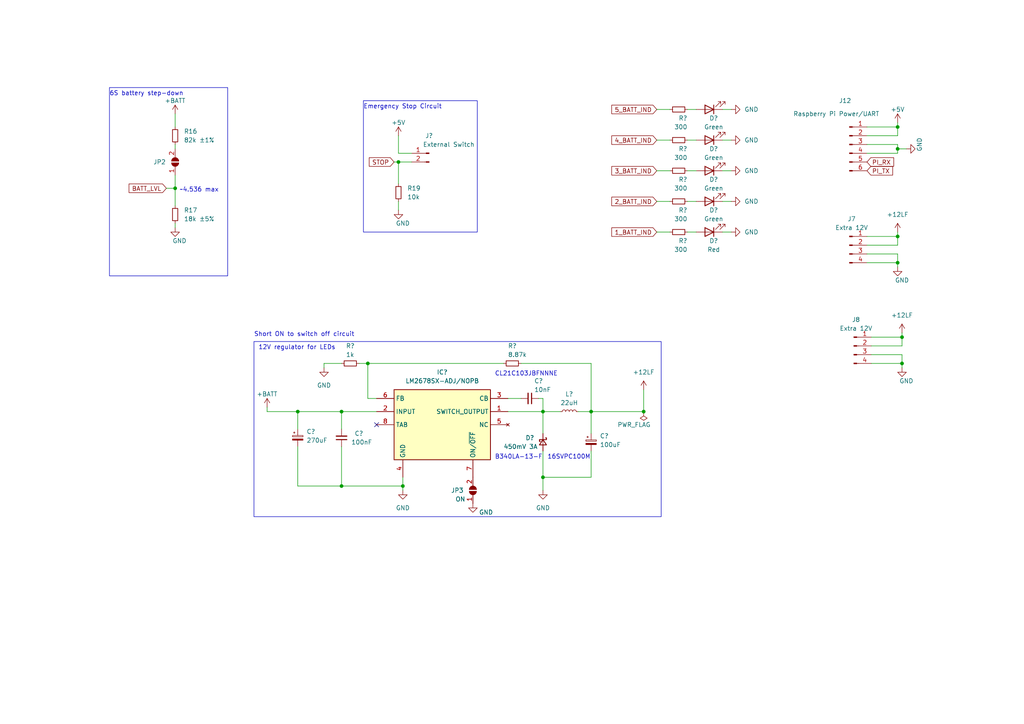
<source format=kicad_sch>
(kicad_sch (version 20230121) (generator eeschema)
  (paper "A4")
  (title_block (title "RBC by UGS") (date "2023-09-06") (rev "2.0"))
  (lib_symbols
    (symbol "Connector:Conn_01x02_Pin" (pin_names (offset 1.016) hide)
      (property "Reference" "J" (at 0 2.54 0))
      (property "Value" "Conn_01x02_Pin" (at 0 -5.08 0))
      (symbol "Conn_01x02_Pin_1_1"
        (polyline (pts (xy 1.27 -2.54) (xy 0.8636 -2.54)) (stroke (width 0.1524)))
        (polyline (pts (xy 1.27 0) (xy 0.8636 0)) (stroke (width 0.1524)))
        (rectangle (start 0.8636 -2.413) (end 0 -2.667) (stroke (width 0.1524)) (fill (type outline)))
        (rectangle (start 0.8636 0.127) (end 0 -0.127) (stroke (width 0.1524)) (fill (type outline)))
        (pin passive line (at 5.08 0 180) (length 3.81) (name "Pin_1") (number "1"))
        (pin passive line (at 5.08 -2.54 180) (length 3.81) (name "Pin_2") (number "2"))
      )
    )
    (symbol "Connector:Conn_01x04_Pin" (pin_names (offset 1.016) hide)
      (property "Reference" "J" (at 0 5.08 0))
      (property "Value" "Conn_01x04_Pin" (at 0 -7.62 0))
      (symbol "Conn_01x04_Pin_1_1"
        (polyline (pts (xy 1.27 -5.08) (xy 0.8636 -5.08)) (stroke (width 0.1524)))
        (polyline (pts (xy 1.27 -2.54) (xy 0.8636 -2.54)) (stroke (width 0.1524)))
        (polyline (pts (xy 1.27 0) (xy 0.8636 0)) (stroke (width 0.1524)))
        (polyline (pts (xy 1.27 2.54) (xy 0.8636 2.54)) (stroke (width 0.1524)))
        (rectangle (start 0.8636 -4.953) (end 0 -5.207) (stroke (width 0.1524)) (fill (type outline)))
        (rectangle (start 0.8636 -2.413) (end 0 -2.667) (stroke (width 0.1524)) (fill (type outline)))
        (rectangle (start 0.8636 0.127) (end 0 -0.127) (stroke (width 0.1524)) (fill (type outline)))
        (rectangle (start 0.8636 2.667) (end 0 2.413) (stroke (width 0.1524)) (fill (type outline)))
        (pin passive line (at 5.08 2.54 180) (length 3.81) (name "Pin_1") (number "1"))
        (pin passive line (at 5.08 0 180) (length 3.81) (name "Pin_2") (number "2"))
        (pin passive line (at 5.08 -2.54 180) (length 3.81) (name "Pin_3") (number "3"))
        (pin passive line (at 5.08 -5.08 180) (length 3.81) (name "Pin_4") (number "4"))
      )
    )
    (symbol "Connector:Conn_01x06_Pin" (pin_names (offset 1.016) hide)
      (property "Reference" "J" (at 0 7.62 0))
      (property "Value" "Conn_01x06_Pin" (at 0 -10.16 0))
      (symbol "Conn_01x06_Pin_1_1"
        (polyline (pts (xy 1.27 -7.62) (xy 0.8636 -7.62)) (stroke (width 0.1524)))
        (polyline (pts (xy 1.27 -5.08) (xy 0.8636 -5.08)) (stroke (width 0.1524)))
        (polyline (pts (xy 1.27 -2.54) (xy 0.8636 -2.54)) (stroke (width 0.1524)))
        (polyline (pts (xy 1.27 0) (xy 0.8636 0)) (stroke (width 0.1524)))
        (polyline (pts (xy 1.27 2.54) (xy 0.8636 2.54)) (stroke (width 0.1524)))
        (polyline (pts (xy 1.27 5.08) (xy 0.8636 5.08)) (stroke (width 0.1524)))
        (rectangle (start 0.8636 -7.493) (end 0 -7.747) (stroke (width 0.1524)) (fill (type outline)))
        (rectangle (start 0.8636 -4.953) (end 0 -5.207) (stroke (width 0.1524)) (fill (type outline)))
        (rectangle (start 0.8636 -2.413) (end 0 -2.667) (stroke (width 0.1524)) (fill (type outline)))
        (rectangle (start 0.8636 0.127) (end 0 -0.127) (stroke (width 0.1524)) (fill (type outline)))
        (rectangle (start 0.8636 2.667) (end 0 2.413) (stroke (width 0.1524)) (fill (type outline)))
        (rectangle (start 0.8636 5.207) (end 0 4.953) (stroke (width 0.1524)) (fill (type outline)))
        (pin passive line (at 5.08 5.08 180) (length 3.81) (name "Pin_1") (number "1"))
        (pin passive line (at 5.08 2.54 180) (length 3.81) (name "Pin_2") (number "2"))
        (pin passive line (at 5.08 0 180) (length 3.81) (name "Pin_3") (number "3"))
        (pin passive line (at 5.08 -2.54 180) (length 3.81) (name "Pin_4") (number "4"))
        (pin passive line (at 5.08 -5.08 180) (length 3.81) (name "Pin_5") (number "5"))
        (pin passive line (at 5.08 -7.62 180) (length 3.81) (name "Pin_6") (number "6"))
      )
    )
    (symbol "Device:C_Polarized_Small" (pin_numbers hide) (pin_names (offset 0.254) hide)
      (property "Reference" "C" (at 0.254 1.778 0))
      (property "Value" "C_Polarized_Small" (at 0.254 -2.032 0))
      (symbol "C_Polarized_Small_0_1"
        (rectangle (start -1.524 -0.3048) (end 1.524 -0.6858) (fill (type outline)))
        (rectangle (start -1.524 0.6858) (end 1.524 0.3048))
        (polyline (pts (xy -1.27 1.524) (xy -0.762 1.524)))
        (polyline (pts (xy -1.016 1.27) (xy -1.016 1.778)))
      )
      (symbol "C_Polarized_Small_1_1"
        (pin passive line (at 0 2.54 270) (length 1.8542) (name "~") (number "1"))
        (pin passive line (at 0 -2.54 90) (length 1.8542) (name "~") (number "2"))
      )
    )
    (symbol "Device:C_Small" (pin_numbers hide) (pin_names (offset 0.254) hide)
      (property "Reference" "C" (at 0.254 1.778 0))
      (property "Value" "C_Small" (at 0.254 -2.032 0))
      (symbol "C_Small_0_1"
        (polyline (pts (xy -1.524 -0.508) (xy 1.524 -0.508)) (stroke (width 0.3302)))
        (polyline (pts (xy -1.524 0.508) (xy 1.524 0.508)) (stroke (width 0.3048)))
      )
      (symbol "C_Small_1_1"
        (pin passive line (at 0 2.54 270) (length 2.032) (name "~") (number "1"))
        (pin passive line (at 0 -2.54 90) (length 2.032) (name "~") (number "2"))
      )
    )
    (symbol "Device:D_Schottky_Small" (pin_numbers hide) (pin_names (offset 0.254) hide)
      (property "Reference" "D" (at -1.27 2.032 0))
      (property "Value" "D_Schottky_Small" (at -7.112 -2.032 0))
      (symbol "D_Schottky_Small_0_1"
        (polyline (pts (xy -0.762 0) (xy 0.762 0)))
        (polyline (pts (xy 0.762 -1.016) (xy -0.762 0) (xy 0.762 1.016) (xy 0.762 -1.016)) (stroke (width 0.254)))
        (polyline (pts (xy -1.27 0.762) (xy -1.27 1.016) (xy -0.762 1.016) (xy -0.762 -1.016) (xy -0.254 -1.016) (xy -0.254 -0.762)) (stroke (width 0.254)))
      )
      (symbol "D_Schottky_Small_1_1"
        (pin passive line (at -2.54 0 0) (length 1.778) (name "K") (number "1"))
        (pin passive line (at 2.54 0 180) (length 1.778) (name "A") (number "2"))
      )
    )
    (symbol "Device:LED" (pin_numbers hide) (pin_names (offset 1.016) hide)
      (property "Reference" "D" (at 0 2.54 0))
      (property "Value" "LED" (at 0 -2.54 0))
      (symbol "LED_0_1"
        (polyline (pts (xy -1.27 -1.27) (xy -1.27 1.27)) (stroke (width 0.254)))
        (polyline (pts (xy -1.27 0) (xy 1.27 0)))
        (polyline (pts (xy 1.27 -1.27) (xy 1.27 1.27) (xy -1.27 0) (xy 1.27 -1.27)) (stroke (width 0.254)))
        (polyline (pts (xy -3.048 -0.762) (xy -4.572 -2.286) (xy -3.81 -2.286) (xy -4.572 -2.286) (xy -4.572 -1.524)))
        (polyline (pts (xy -1.778 -0.762) (xy -3.302 -2.286) (xy -2.54 -2.286) (xy -3.302 -2.286) (xy -3.302 -1.524)))
      )
      (symbol "LED_1_1"
        (pin passive line (at -3.81 0 0) (length 2.54) (name "K") (number "1"))
        (pin passive line (at 3.81 0 180) (length 2.54) (name "A") (number "2"))
      )
    )
    (symbol "Device:L_Small" (pin_numbers hide) (pin_names (offset 0.254) hide)
      (property "Reference" "L" (at 0.762 1.016 0))
      (property "Value" "L_Small" (at 0.762 -1.016 0))
      (symbol "L_Small_0_1"
        (arc (start 0 -2.032) (mid 0.5058 -1.524) (end 0 -1.016))
        (arc (start 0 -1.016) (mid 0.5058 -0.508) (end 0 0))
        (arc (start 0 0) (mid 0.5058 0.508) (end 0 1.016))
        (arc (start 0 1.016) (mid 0.5058 1.524) (end 0 2.032))
      )
      (symbol "L_Small_1_1"
        (pin passive line (at 0 2.54 270) (length 0.508) (name "~") (number "1"))
        (pin passive line (at 0 -2.54 90) (length 0.508) (name "~") (number "2"))
      )
    )
    (symbol "Device:R_Small" (pin_numbers hide) (pin_names (offset 0.254) hide)
      (property "Reference" "R" (at 0.762 0.508 0))
      (property "Value" "R_Small" (at 0.762 -1.016 0))
      (symbol "R_Small_0_1"
        (rectangle (start -0.762 1.778) (end 0.762 -1.778) (stroke (width 0.2032)))
      )
      (symbol "R_Small_1_1"
        (pin passive line (at 0 2.54 270) (length 0.762) (name "~") (number "1"))
        (pin passive line (at 0 -2.54 90) (length 0.762) (name "~") (number "2"))
      )
    )
    (symbol "Jumper:SolderJumper_2_Open" (pin_names (offset 0) hide)
      (property "Reference" "JP" (at 0 2.032 0))
      (property "Value" "SolderJumper_2_Open" (at 0 -2.54 0))
      (symbol "SolderJumper_2_Open_0_1"
        (arc (start -0.254 1.016) (mid -1.2656 0) (end -0.254 -1.016))
        (arc (start -0.254 1.016) (mid -1.2656 0) (end -0.254 -1.016) (fill (type outline)))
        (polyline (pts (xy -0.254 1.016) (xy -0.254 -1.016)))
        (polyline (pts (xy 0.254 1.016) (xy 0.254 -1.016)))
        (arc (start 0.254 -1.016) (mid 1.2656 0) (end 0.254 1.016))
        (arc (start 0.254 -1.016) (mid 1.2656 0) (end 0.254 1.016) (fill (type outline)))
      )
      (symbol "SolderJumper_2_Open_1_1"
        (pin passive line (at -3.81 0 0) (length 2.54) (name "A") (number "1"))
        (pin passive line (at 3.81 0 180) (length 2.54) (name "B") (number "2"))
      )
    )
    (symbol "SamacSys_Parts:LM2678SX-5.0_NOPB"
      (property "Reference" "IC5" (at 19.05 7.62 0))
      (property "Value" "LM2678SX-ADJ/NOPB" (at 19.05 5.08 0))
      (symbol "LM2678SX-5.0_NOPB_1_1"
        (rectangle (start 5.08 2.54) (end 33.02 -17.78) (stroke (width 0.254)) (fill (type background)))
        (pin passive line (at 38.1 -3.81 180) (length 5.08) (name "SWITCH_OUTPUT") (number "1"))
        (pin passive line (at 0 -3.81 0) (length 5.08) (name "INPUT") (number "2"))
        (pin passive line (at 38.1 0 180) (length 5.08) (name "CB") (number "3"))
        (pin passive line (at 7.62 -22.86 90) (length 5.08) (name "GND") (number "4"))
        (pin no_connect line (at 38.1 -7.62 180) (length 5.08) (name "NC") (number "5"))
        (pin passive line (at 0 0 0) (length 5.08) (name "FB") (number "6"))
        (pin passive line (at 27.94 -22.86 90) (length 5.08) (name "ON/~{OFF}") (number "7"))
        (pin passive line (at 0 -7.62 0) (length 5.08) (name "TAB") (number "8"))
      )
    )
    (symbol "power:+12LF" (power) (pin_names (offset 0))
      (property "Value" "+12LF" (at 0 3.556 0))
      (symbol "+12LF_0_1"
        (polyline (pts (xy -0.762 1.27) (xy 0 2.54)))
        (polyline (pts (xy 0 0) (xy 0 2.54)))
        (polyline (pts (xy 0 2.54) (xy 0.762 1.27)))
      )
      (symbol "+12LF_1_1"
        (pin power_in line (at 0 0 90) (length 0) hide (name "+12LF") (number "1"))
      )
    )
    (symbol "power:+5V" (power) (pin_names (offset 0))
      (property "Value" "+5V" (at 0 3.556 0))
      (symbol "+5V_0_1"
        (polyline (pts (xy -0.762 1.27) (xy 0 2.54)))
        (polyline (pts (xy 0 0) (xy 0 2.54)))
        (polyline (pts (xy 0 2.54) (xy 0.762 1.27)))
      )
      (symbol "+5V_1_1"
        (pin power_in line (at 0 0 90) (length 0) hide (name "+5V") (number "1"))
      )
    )
    (symbol "power:+BATT" (power) (pin_names (offset 0))
      (property "Value" "+BATT" (at 0 3.556 0))
      (symbol "+BATT_0_1"
        (polyline (pts (xy -0.762 1.27) (xy 0 2.54)))
        (polyline (pts (xy 0 0) (xy 0 2.54)))
        (polyline (pts (xy 0 2.54) (xy 0.762 1.27)))
      )
      (symbol "+BATT_1_1"
        (pin power_in line (at 0 0 90) (length 0) hide (name "+BATT") (number "1"))
      )
    )
    (symbol "power:GND" (power) (pin_names (offset 0))
      (property "Value" "GND" (at 0 -3.81 0))
      (symbol "GND_0_1"
        (polyline (pts (xy 0 0) (xy 0 -1.27) (xy 1.27 -1.27) (xy 0 -2.54) (xy -1.27 -1.27) (xy 0 -1.27)))
      )
      (symbol "GND_1_1"
        (pin power_in line (at 0 0 270) (length 0) hide (name "GND") (number "1"))
      )
    )
    (symbol "power:PWR_FLAG" (power) (pin_numbers hide) (pin_names (offset 0) hide)
      (property "Value" "PWR_FLAG" (at 0 3.81 0))
      (symbol "PWR_FLAG_0_0"
        (pin power_out line (at 0 0 90) (length 0) (name "pwr") (number "1"))
      )
      (symbol "PWR_FLAG_0_1"
        (polyline (pts (xy 0 0) (xy 0 1.27) (xy -1.016 1.905) (xy 0 2.54) (xy 1.016 1.905) (xy 0 1.27)))
      )
    )
  )
  (junction (at 99.06 140.97))
  (junction (at 260.35 36.83))
  (junction (at 186.69 119.38))
  (junction (at 260.35 76.2))
  (junction (at 261.62 97.79))
  (junction (at 157.48 138.43))
  (junction (at 157.48 119.38))
  (junction (at 260.35 43.18))
  (junction (at 50.8 54.61))
  (junction (at 260.35 68.58))
  (junction (at 116.84 140.97))
  (junction (at 86.36 119.38))
  (junction (at 171.45 119.38))
  (junction (at 99.06 119.38))
  (junction (at 261.62 105.41))
  (junction (at 106.68 105.41))
  (junction (at 115.57 46.99))
  (no_connect (at 109.22 123.19))
  (wire (pts (xy 260.35 71.12) (xy 260.35 68.58)))
  (wire (pts (xy 251.46 41.91) (xy 260.35 41.91)))
  (wire (pts (xy 157.48 130.81) (xy 157.48 138.43)))
  (wire (pts (xy 260.35 73.66) (xy 260.35 76.2)))
  (wire (pts (xy 260.35 39.37) (xy 260.35 36.83)))
  (wire (pts (xy 157.48 115.57) (xy 157.48 119.38)))
  (wire (pts (xy 171.45 105.41) (xy 171.45 119.38)))
  (wire (pts (xy 190.5 58.42) (xy 194.31 58.42)))
  (wire (pts (xy 199.39 67.31) (xy 201.93 67.31)))
  (wire (pts (xy 99.06 129.54) (xy 99.06 140.97)))
  (wire (pts (xy 186.69 113.03) (xy 186.69 119.38)))
  (wire (pts (xy 157.48 138.43) (xy 171.45 138.43)))
  (wire (pts (xy 209.55 40.64) (xy 212.09 40.64)))
  (wire (pts (xy 190.5 31.75) (xy 194.31 31.75)))
  (wire (pts (xy 119.38 46.99) (xy 115.57 46.99)))
  (wire (pts (xy 48.26 54.61) (xy 50.8 54.61)))
  (wire (pts (xy 260.35 43.18) (xy 260.35 44.45)))
  (wire (pts (xy 115.57 58.42) (xy 115.57 60.96)))
  (wire (pts (xy 116.84 140.97) (xy 116.84 142.24)))
  (wire (pts (xy 109.22 119.38) (xy 99.06 119.38)))
  (wire (pts (xy 190.5 40.64) (xy 194.31 40.64)))
  (wire (pts (xy 50.8 64.77) (xy 50.8 66.04)))
  (wire (pts (xy 251.46 39.37) (xy 260.35 39.37)))
  (wire (pts (xy 151.13 105.41) (xy 171.45 105.41)))
  (wire (pts (xy 209.55 58.42) (xy 212.09 58.42)))
  (wire (pts (xy 157.48 138.43) (xy 157.48 142.24)))
  (wire (pts (xy 115.57 46.99) (xy 114.3 46.99)))
  (wire (pts (xy 50.8 50.8) (xy 50.8 54.61)))
  (wire (pts (xy 190.5 49.53) (xy 194.31 49.53)))
  (wire (pts (xy 251.46 71.12) (xy 260.35 71.12)))
  (wire (pts (xy 261.62 96.52) (xy 261.62 97.79)))
  (wire (pts (xy 171.45 119.38) (xy 171.45 125.73)))
  (wire (pts (xy 251.46 44.45) (xy 260.35 44.45)))
  (wire (pts (xy 261.62 97.79) (xy 252.73 97.79)))
  (wire (pts (xy 199.39 58.42) (xy 201.93 58.42)))
  (wire (pts (xy 50.8 33.02) (xy 50.8 36.83)))
  (wire (pts (xy 86.36 119.38) (xy 77.47 119.38)))
  (wire (pts (xy 260.35 68.58) (xy 251.46 68.58)))
  (wire (pts (xy 209.55 49.53) (xy 212.09 49.53)))
  (wire (pts (xy 99.06 119.38) (xy 99.06 124.46)))
  (wire (pts (xy 86.36 129.54) (xy 86.36 140.97)))
  (wire (pts (xy 251.46 36.83) (xy 260.35 36.83)))
  (wire (pts (xy 50.8 41.91) (xy 50.8 43.18)))
  (wire (pts (xy 252.73 102.87) (xy 261.62 102.87)))
  (wire (pts (xy 260.35 41.91) (xy 260.35 43.18)))
  (wire (pts (xy 262.89 43.18) (xy 260.35 43.18)))
  (wire (pts (xy 99.06 105.41) (xy 93.98 105.41)))
  (wire (pts (xy 171.45 130.81) (xy 171.45 138.43)))
  (wire (pts (xy 251.46 76.2) (xy 260.35 76.2)))
  (wire (pts (xy 115.57 44.45) (xy 119.38 44.45)))
  (wire (pts (xy 116.84 138.43) (xy 116.84 140.97)))
  (wire (pts (xy 109.22 115.57) (xy 106.68 115.57)))
  (wire (pts (xy 261.62 102.87) (xy 261.62 105.41)))
  (wire (pts (xy 260.35 76.2) (xy 260.35 77.47)))
  (wire (pts (xy 99.06 119.38) (xy 86.36 119.38)))
  (wire (pts (xy 209.55 31.75) (xy 212.09 31.75)))
  (wire (pts (xy 86.36 119.38) (xy 86.36 124.46)))
  (wire (pts (xy 99.06 140.97) (xy 116.84 140.97)))
  (wire (pts (xy 147.32 115.57) (xy 151.13 115.57)))
  (wire (pts (xy 251.46 73.66) (xy 260.35 73.66)))
  (wire (pts (xy 261.62 105.41) (xy 261.62 106.68)))
  (wire (pts (xy 199.39 40.64) (xy 201.93 40.64)))
  (wire (pts (xy 93.98 105.41) (xy 93.98 106.68)))
  (wire (pts (xy 199.39 31.75) (xy 201.93 31.75)))
  (wire (pts (xy 252.73 100.33) (xy 261.62 100.33)))
  (wire (pts (xy 50.8 54.61) (xy 50.8 59.69)))
  (wire (pts (xy 167.64 119.38) (xy 171.45 119.38)))
  (wire (pts (xy 104.14 105.41) (xy 106.68 105.41)))
  (wire (pts (xy 199.39 49.53) (xy 201.93 49.53)))
  (wire (pts (xy 157.48 119.38) (xy 162.56 119.38)))
  (wire (pts (xy 171.45 119.38) (xy 186.69 119.38)))
  (wire (pts (xy 260.35 67.31) (xy 260.35 68.58)))
  (wire (pts (xy 115.57 39.37) (xy 115.57 44.45)))
  (wire (pts (xy 209.55 67.31) (xy 212.09 67.31)))
  (wire (pts (xy 261.62 100.33) (xy 261.62 97.79)))
  (wire (pts (xy 156.21 115.57) (xy 157.48 115.57)))
  (wire (pts (xy 106.68 105.41) (xy 146.05 105.41)))
  (wire (pts (xy 115.57 46.99) (xy 115.57 53.34)))
  (wire (pts (xy 106.68 115.57) (xy 106.68 105.41)))
  (wire (pts (xy 77.47 119.38) (xy 77.47 118.11)))
  (wire (pts (xy 157.48 119.38) (xy 157.48 125.73)))
  (wire (pts (xy 147.32 119.38) (xy 157.48 119.38)))
  (wire (pts (xy 190.5 67.31) (xy 194.31 67.31)))
  (wire (pts (xy 86.36 140.97) (xy 99.06 140.97)))
  (wire (pts (xy 260.35 35.56) (xy 260.35 36.83)))
  (wire (pts (xy 252.73 105.41) (xy 261.62 105.41)))
  (rectangle (start 31.75 25.4) (end 66.04 80.01))
  (rectangle (start 105.41 29.21) (end 138.43 67.31))
  (rectangle (start 73.66 99.06) (end 191.77 149.86))
  (text "~4.536 max" (at 52.07 55.88 0) (effects (font (size 1.27 1.27)) (justify left bottom)))
  (text "6S battery step-down" (at 31.75 27.94 0) (effects (font (size 1.27 1.27)) (justify left bottom)))
  (text "16SVPC100M" (at 158.75 133.35 0) (effects (font (size 1.27 1.27)) (justify left bottom)))
  (text "12V regulator for LEDs" (at 74.93 101.6 0) (effects (font (size 1.27 1.27)) (justify left bottom)))
  (text "Short ON to switch off circuit" (at 73.66 97.79 0) (effects (font (size 1.27 1.27)) (justify left bottom)))
  (text "Emergency Stop Circuit" (at 105.41 31.75 0) (effects (font (size 1.27 1.27)) (justify left bottom)))
  (text "CL21C103JBFNNNE" (at 143.51 109.22 0) (effects (font (size 1.27 1.27)) (justify left bottom)))
  (text "B340LA-13-F" (at 143.51 133.35 0) (effects (font (size 1.27 1.27)) (justify left bottom)))
  (global_label "5_BATT_IND" (shape input) (at 190.5 31.75 180) (property "Intersheetrefs" "${INTERSHEET_REFS}" (effects hide)))
  (global_label "3_BATT_IND" (shape input) (at 190.5 49.53 180) (property "Intersheetrefs" "${INTERSHEET_REFS}" (effects hide)))
  (global_label "4_BATT_IND" (shape input) (at 190.5 40.64 180) (property "Intersheetrefs" "${INTERSHEET_REFS}" (effects hide)))
  (global_label "STOP" (shape input) (at 114.3 46.99 180) (property "Intersheetrefs" "${INTERSHEET_REFS}" (effects hide)))
  (global_label "PI_RX" (shape input) (at 251.46 46.99 0) (property "Intersheetrefs" "${INTERSHEET_REFS}" (effects hide)))
  (global_label "2_BATT_IND" (shape input) (at 190.5 58.42 180) (property "Intersheetrefs" "${INTERSHEET_REFS}" (effects hide)))
  (global_label "1_BATT_IND" (shape input) (at 190.5 67.31 180) (property "Intersheetrefs" "${INTERSHEET_REFS}" (effects hide)))
  (global_label "BATT_LVL" (shape input) (at 48.26 54.61 180) (property "Intersheetrefs" "${INTERSHEET_REFS}" (effects hide)))
  (global_label "PI_TX" (shape input) (at 251.46 49.53 0) (property "Intersheetrefs" "${INTERSHEET_REFS}" (effects hide)))
  (symbol (lib_id "Device:R_Small") (at 196.85 31.75 90) (unit 1)
    (property "Reference" "R?" (at 199.39 34.29 90) (effects (justify left)))
    (property "Value" "300" (at 199.39 36.83 90) (effects (justify left)))
    (property "Footprint" "Resistor_SMD:R_0603_1608Metric_Pad0.98x0.95mm_HandSolder" (effects hide))
    (instances (project "rbc_circuits" (path "" (reference "R?") (unit 1)) (path "" (reference "R21") (unit 1))))
  )
  (symbol (lib_id "Device:R_Small") (at 196.85 49.53 90) (unit 1)
    (property "Reference" "R?" (at 199.39 52.07 90) (effects (justify left)))
    (property "Value" "300" (at 199.39 54.61 90) (effects (justify left)))
    (property "Footprint" "Resistor_SMD:R_0603_1608Metric_Pad0.98x0.95mm_HandSolder" (effects hide))
    (instances (project "rbc_circuits" (path "" (reference "R?") (unit 1)) (path "" (reference "R23") (unit 1))))
  )
  (symbol (lib_id "power:+BATT") (at 50.8 33.02 0) (unit 1)
    (property "Reference" "#PWR?" (effects hide))
    (property "Value" "+BATT" (at 50.8 29.21 0))
    (instances (project "rbc_circuits" (path "" (reference "#PWR?") (unit 1)) (path "" (reference "#PWR035") (unit 1))))
  )
  (symbol (lib_id "power:GND") (at 212.09 31.75 90) (unit 1)
    (property "Reference" "#PWR?" (effects hide))
    (property "Value" "GND" (at 215.9 31.75 90) (effects (justify right)))
    (instances (project "rbc_circuits" (path "" (reference "#PWR?") (unit 1)) (path "" (reference "#PWR?") (unit 1)) (path "" (reference "#PWR045") (unit 1))))
  )
  (symbol (lib_id "Device:C_Polarized_Small") (at 171.45 128.27 0) (unit 1)
    (property "Reference" "C?" (at 173.99 126.4539 0) (effects (justify left)))
    (property "Value" "100uF" (at 173.99 128.9939 0) (effects (justify left)))
    (property "Footprint" "SamacSys_Parts:16SVF180M" (effects hide))
    (instances (project "rbc_circuits" (path "" (reference "C?") (unit 1)) (path "" (reference "C27") (unit 1))))
  )
  (symbol (lib_id "power:+5V") (at 115.57 39.37 0) (unit 1)
    (property "Reference" "#PWR?" (effects hide))
    (property "Value" "+5V" (at 115.57 35.56 0))
    (instances (project "rbc_circuits" (path "" (reference "#PWR?") (unit 1)) (path "" (reference "#PWR039") (unit 1))))
  )
  (symbol (lib_id "Device:R_Small") (at 115.57 55.88 0) (unit 1)
    (property "Reference" "R19" (at 118.11 54.61 0) (effects (justify left)))
    (property "Value" "10k" (at 118.11 57.15 0) (effects (justify left)))
    (property "Footprint" "Resistor_SMD:R_0402_1005Metric" (effects hide))
  )
  (symbol (lib_id "power:GND") (at 260.35 77.47 0) (unit 1)
    (property "Reference" "#PWR?" (effects hide))
    (property "Value" "GND" (at 261.62 81.28 0))
    (instances (project "rbc_circuits" (path "" (reference "#PWR?") (unit 1)) (path "" (reference "#PWR?") (unit 1)) (path "" (reference "#PWR052") (unit 1))))
  )
  (symbol (lib_id "power:GND") (at 212.09 67.31 90) (unit 1)
    (property "Reference" "#PWR?" (effects hide))
    (property "Value" "GND" (at 215.9 67.31 90) (effects (justify right)))
    (instances (project "rbc_circuits" (path "" (reference "#PWR?") (unit 1)) (path "" (reference "#PWR?") (unit 1)) (path "" (reference "#PWR049") (unit 1))))
  )
  (symbol (lib_id "Connector:Conn_01x04_Pin") (at 246.38 71.12 0) (unit 1)
    (property "Reference" "J7" (at 247.015 63.5 0))
    (property "Value" "Extra 12V" (at 247.015 66.04 0))
    (property "Footprint" "Connector_Molex:Molex_Micro-Fit_3.0_43045-0412_2x02_P3.00mm_Vertical" (effects hide))
  )
  (symbol (lib_id "Device:C_Small") (at 153.67 115.57 270) (unit 1)
    (property "Reference" "C?" (at 154.94 110.49 90) (effects (justify left)))
    (property "Value" "10nF" (at 154.94 113.03 90) (effects (justify left)))
    (property "Footprint" "Capacitor_SMD:C_0805_2012Metric" (effects hide))
    (instances (project "rbc_circuits" (path "" (reference "C?") (unit 1)) (path "" (reference "C26") (unit 1))))
  )
  (symbol (lib_id "Device:C_Polarized_Small") (at 86.36 127 0) (unit 1)
    (property "Reference" "C?" (at 88.9 125.1839 0) (effects (justify left)))
    (property "Value" "270uF" (at 88.9 127.7239 0) (effects (justify left)))
    (property "Footprint" "SamacSys_Parts:EEHZS1H221P" (effects hide))
    (instances (project "rbc_circuits" (path "" (reference "C?") (unit 1)) (path "" (reference "C24") (unit 1))))
  )
  (symbol (lib_id "Device:R_Small") (at 196.85 40.64 90) (unit 1)
    (property "Reference" "R?" (at 199.39 43.18 90) (effects (justify left)))
    (property "Value" "300" (at 199.39 45.72 90) (effects (justify left)))
    (property "Footprint" "Resistor_SMD:R_0603_1608Metric_Pad0.98x0.95mm_HandSolder" (effects hide))
    (instances (project "rbc_circuits" (path "" (reference "R?") (unit 1)) (path "" (reference "R22") (unit 1))))
  )
  (symbol (lib_id "Jumper:SolderJumper_2_Open") (at 50.8 46.99 90) (unit 1)
    (property "Reference" "JP2" (at 44.45 46.99 90) (effects (justify right)))
    (property "Value" "SolderJumper_2_Open" (effects hide))
    (property "Footprint" "Jumper:SolderJumper-2_P1.3mm_Open_RoundedPad1.0x1.5mm" (effects hide))
  )
  (symbol (lib_id "power:GND") (at 212.09 49.53 90) (unit 1)
    (property "Reference" "#PWR?" (effects hide))
    (property "Value" "GND" (at 215.9 49.53 90) (effects (justify right)))
    (instances (project "rbc_circuits" (path "" (reference "#PWR?") (unit 1)) (path "" (reference "#PWR?") (unit 1)) (path "" (reference "#PWR047") (unit 1))))
  )
  (symbol (lib_id "Jumper:SolderJumper_2_Open") (at 137.16 142.24 90) (unit 1)
    (property "Reference" "JP3" (at 130.81 142.24 90) (effects (justify right)))
    (property "Value" "ON" (at 132.08 144.78 90) (effects (justify right)))
    (property "Footprint" "Jumper:SolderJumper-2_P1.3mm_Open_RoundedPad1.0x1.5mm" (effects hide))
  )
  (symbol (lib_id "SamacSys_Parts:LM2678SX-5.0_NOPB") (at 109.22 115.57 0) (unit 1)
    (property "Reference" "IC?" (at 128.27 107.95 0))
    (property "Value" "LM2678SX-ADJ/NOPB" (at 128.27 110.49 0))
    (property "Footprint" "rbc Custom Library:KTW0007B_custom" (effects hide))
    (property "Datasheet" "http://www.ti.com/lit/gpn/lm2678" (effects hide))
    (property "Mouser Part Number" "926-LM2678SX50NOPB" (effects hide))
    (property "Mouser Price/Stock" "https://www.mouser.co.uk/ProductDetail/Texas-Instruments/LM2678SX-5.0-NOPB?qs=X1J7HmVL2ZFBSPLuv4Jf1g%3D%3D" (effects hide))
    (property "Manufacturer_Name" "Texas Instruments" (effects hide))
    (property "Manufacturer_Part_Number" "LM2678SX-5.0/NOPB" (effects hide))
    (instances (project "rbc_circuits" (path "" (reference "IC?") (unit 1)) (path "" (reference "IC5") (unit 1))))
  )
  (symbol (lib_id "Device:D_Schottky_Small") (at 157.48 128.27 270) (unit 1)
    (property "Reference" "D?" (at 152.4 127 90) (effects (justify left)))
    (property "Value" "450mV 3A" (at 146.05 129.54 90) (effects (justify left)))
    (property "Footprint" "Diode_SMD:D_SMA" (effects hide))
    (instances (project "rbc_circuits" (path "" (reference "D?") (unit 1)) (path "" (reference "D5") (unit 1))))
  )
  (symbol (lib_id "power:GND") (at 137.16 146.05 0) (unit 1)
    (property "Reference" "#PWR?" (effects hide))
    (property "Value" "GND" (at 140.97 148.59 0))
    (instances (project "rbc_circuits" (path "" (reference "#PWR?") (unit 1)) (path "" (reference "#PWR042") (unit 1))))
  )
  (symbol (lib_id "power:+12LF") (at 186.69 113.03 0) (unit 1)
    (property "Reference" "#PWR044" (effects hide))
    (property "Value" "+12LF" (at 186.69 107.95 0))
  )
  (symbol (lib_id "power:GND") (at 262.89 43.18 90) (unit 1)
    (property "Reference" "#PWR?" (effects hide))
    (property "Value" "GND" (at 266.7 41.91 0))
    (instances (project "rbc_circuits" (path "" (reference "#PWR?") (unit 1)) (path "" (reference "#PWR?") (unit 1)) (path "" (reference "#PWR055") (unit 1))))
  )
  (symbol (lib_id "power:GND") (at 261.62 106.68 0) (unit 1)
    (property "Reference" "#PWR?" (effects hide))
    (property "Value" "GND" (at 262.89 110.49 0))
    (instances (project "rbc_circuits" (path "" (reference "#PWR?") (unit 1)) (path "" (reference "#PWR?") (unit 1)) (path "" (reference "#PWR054") (unit 1))))
  )
  (symbol (lib_id "power:+5V") (at 260.35 35.56 0) (unit 1)
    (property "Reference" "#PWR?" (effects hide))
    (property "Value" "+5V" (at 260.35 31.75 0))
    (instances (project "rbc_circuits" (path "" (reference "#PWR?") (unit 1)) (path "" (reference "#PWR050") (unit 1))))
  )
  (symbol (lib_id "power:+12LF") (at 260.35 67.31 0) (unit 1)
    (property "Reference" "#PWR051" (effects hide))
    (property "Value" "+12LF" (at 260.35 62.23 0))
  )
  (symbol (lib_id "Connector:Conn_01x06_Pin") (at 246.38 41.91 0) (unit 1)
    (property "Reference" "J12" (at 245.11 29.21 0))
    (property "Value" "Raspberry Pi Power/UART" (at 242.57 33.02 0))
    (property "Footprint" "Connector_Molex:Molex_Micro-Fit_3.0_43045-0612_2x03_P3.00mm_Vertical" (effects hide))
    (instances (project "rbc_circuits" (path "" (reference "J12") (unit 1)) (path "" (reference "J6") (unit 1))))
  )
  (symbol (lib_id "Device:R_Small") (at 50.8 62.23 0) (unit 1)
    (property "Reference" "R17" (at 53.34 60.96 0) (effects (justify left)))
    (property "Value" "18k ±5%" (at 53.34 63.5 0) (effects (justify left)))
    (property "Footprint" "Resistor_SMD:R_0603_1608Metric_Pad0.98x0.95mm_HandSolder" (effects hide))
  )
  (symbol (lib_id "power:GND") (at 50.8 66.04 0) (unit 1)
    (property "Reference" "#PWR?" (effects hide))
    (property "Value" "GND" (at 52.07 69.85 0))
    (instances (project "rbc_circuits" (path "" (reference "#PWR?") (unit 1)) (path "" (reference "#PWR?") (unit 1)) (path "" (reference "#PWR036") (unit 1))))
  )
  (symbol (lib_id "power:GND") (at 157.48 142.24 0) (unit 1)
    (property "Reference" "#PWR?" (effects hide))
    (property "Value" "GND" (at 157.48 147.32 0))
    (instances (project "rbc_circuits" (path "" (reference "#PWR?") (unit 1)) (path "" (reference "#PWR043") (unit 1))))
  )
  (symbol (lib_id "Device:L_Small") (at 165.1 119.38 90) (unit 1)
    (property "Reference" "L?" (at 165.1 114.3 90))
    (property "Value" "22uH" (at 165.1 116.84 90))
    (property "Footprint" "SamacSys_Parts:INDPM110100X400N" (effects hide))
    (instances (project "rbc_circuits" (path "" (reference "L?") (unit 1)) (path "" (reference "L6") (unit 1))))
  )
  (symbol (lib_id "power:+12LF") (at 261.62 96.52 0) (unit 1)
    (property "Reference" "#PWR053" (effects hide))
    (property "Value" "+12LF" (at 261.62 91.44 0))
  )
  (symbol (lib_id "Device:R_Small") (at 50.8 39.37 0) (unit 1)
    (property "Reference" "R16" (at 53.34 38.1 0) (effects (justify left)))
    (property "Value" "82k ±1%" (at 53.34 40.64 0) (effects (justify left)))
    (property "Footprint" "Resistor_SMD:R_0603_1608Metric_Pad0.98x0.95mm_HandSolder" (effects hide))
    (property "Part No." "RTT038202FTP" (effects hide))
  )
  (symbol (lib_id "power:GND") (at 93.98 106.68 0) (unit 1)
    (property "Reference" "#PWR?" (effects hide))
    (property "Value" "GND" (at 93.98 111.76 0))
    (instances (project "rbc_circuits" (path "" (reference "#PWR?") (unit 1)) (path "" (reference "#PWR038") (unit 1))))
  )
  (symbol (lib_id "Device:R_Small") (at 196.85 58.42 90) (unit 1)
    (property "Reference" "R?" (at 199.39 60.96 90) (effects (justify left)))
    (property "Value" "300" (at 199.39 63.5 90) (effects (justify left)))
    (property "Footprint" "Resistor_SMD:R_0603_1608Metric_Pad0.98x0.95mm_HandSolder" (effects hide))
    (instances (project "rbc_circuits" (path "" (reference "R?") (unit 1)) (path "" (reference "R24") (unit 1))))
  )
  (symbol (lib_id "Connector:Conn_01x02_Pin") (at 124.46 44.45 0) (mirror y) (unit 1)
    (property "Reference" "J?" (at 124.46 39.37 0))
    (property "Value" "External Switch" (at 130.175 41.91 0))
    (property "Footprint" "TerminalBlock_Phoenix:TerminalBlock_Phoenix_MKDS-3-2-5.08_1x02_P5.08mm_Horizontal" (effects hide))
    (instances (project "rbc_circuits" (path "" (reference "J?") (unit 1)) (path "" (reference "J5") (unit 1))))
  )
  (symbol (lib_id "Device:LED") (at 205.74 49.53 180) (unit 1)
    (property "Reference" "D?" (at 207.01 52.07 0))
    (property "Value" "Green" (at 207.01 54.61 0))
    (property "Footprint" "Diode_SMD:D_0805_2012Metric" (effects hide))
    (instances (project "rbc_circuits" (path "" (reference "D?") (unit 1)) (path "" (reference "D8") (unit 1))))
  )
  (symbol (lib_id "Device:LED") (at 205.74 31.75 180) (unit 1)
    (property "Reference" "D?" (at 207.01 34.29 0))
    (property "Value" "Green" (at 207.01 36.83 0))
    (property "Footprint" "Diode_SMD:D_0805_2012Metric" (effects hide))
    (property "Part No." "17-21/GHC-XS1T2M/3T" (effects hide))
    (instances (project "rbc_circuits" (path "" (reference "D?") (unit 1)) (path "" (reference "D6") (unit 1))))
  )
  (symbol (lib_id "Device:R_Small") (at 148.59 105.41 270) (unit 1)
    (property "Reference" "R?" (at 147.32 100.33 90) (effects (justify left)))
    (property "Value" "8.87k" (at 147.32 102.87 90) (effects (justify left)))
    (property "Footprint" "Resistor_SMD:R_0603_1608Metric" (effects hide))
    (instances (project "rbc_circuits" (path "" (reference "R?") (unit 1)) (path "" (reference "R20") (unit 1))))
  )
  (symbol (lib_id "Device:R_Small") (at 196.85 67.31 90) (unit 1)
    (property "Reference" "R?" (at 199.39 69.85 90) (effects (justify left)))
    (property "Value" "300" (at 199.39 72.39 90) (effects (justify left)))
    (property "Footprint" "Resistor_SMD:R_0603_1608Metric_Pad0.98x0.95mm_HandSolder" (effects hide))
    (instances (project "rbc_circuits" (path "" (reference "R?") (unit 1)) (path "" (reference "R25") (unit 1))))
  )
  (symbol (lib_id "power:GND") (at 212.09 58.42 90) (unit 1)
    (property "Reference" "#PWR?" (effects hide))
    (property "Value" "GND" (at 215.9 58.42 90) (effects (justify right)))
    (instances (project "rbc_circuits" (path "" (reference "#PWR?") (unit 1)) (path "" (reference "#PWR?") (unit 1)) (path "" (reference "#PWR048") (unit 1))))
  )
  (symbol (lib_id "Device:LED") (at 205.74 40.64 180) (unit 1)
    (property "Reference" "D?" (at 207.01 43.18 0))
    (property "Value" "Green" (at 207.01 45.72 0))
    (property "Footprint" "Diode_SMD:D_0805_2012Metric" (effects hide))
    (instances (project "rbc_circuits" (path "" (reference "D?") (unit 1)) (path "" (reference "D7") (unit 1))))
  )
  (symbol (lib_id "power:+BATT") (at 77.47 118.11 0) (unit 1)
    (property "Reference" "#PWR?" (effects hide))
    (property "Value" "+BATT" (at 77.47 114.3 0))
    (instances (project "rbc_circuits" (path "" (reference "#PWR?") (unit 1)) (path "" (reference "#PWR037") (unit 1))))
  )
  (symbol (lib_id "power:GND") (at 116.84 142.24 0) (unit 1)
    (property "Reference" "#PWR?" (effects hide))
    (property "Value" "GND" (at 116.84 147.32 0))
    (instances (project "rbc_circuits" (path "" (reference "#PWR?") (unit 1)) (path "" (reference "#PWR041") (unit 1))))
  )
  (symbol (lib_id "power:GND") (at 212.09 40.64 90) (unit 1)
    (property "Reference" "#PWR?" (effects hide))
    (property "Value" "GND" (at 215.9 40.64 90) (effects (justify right)))
    (instances (project "rbc_circuits" (path "" (reference "#PWR?") (unit 1)) (path "" (reference "#PWR?") (unit 1)) (path "" (reference "#PWR046") (unit 1))))
  )
  (symbol (lib_id "power:PWR_FLAG") (at 186.69 119.38 180) (unit 1)
    (property "Reference" "#FLG?" (effects hide))
    (property "Value" "PWR_FLAG" (at 179.07 123.19 0) (effects (justify right)))
    (instances (project "rbc_circuits" (path "" (reference "#FLG?") (unit 1)) (path "" (reference "#FLG07") (unit 1))))
  )
  (symbol (lib_id "Device:LED") (at 205.74 67.31 180) (unit 1)
    (property "Reference" "D?" (at 207.01 69.85 0))
    (property "Value" "Red" (at 207.01 72.39 0))
    (property "Footprint" "Diode_SMD:D_0805_2012Metric" (effects hide))
    (property "Part No." "17-215/R6C-AQ1R2B/3T" (effects hide))
    (instances (project "rbc_circuits" (path "" (reference "D?") (unit 1)) (path "" (reference "D10") (unit 1))))
  )
  (symbol (lib_id "Connector:Conn_01x04_Pin") (at 247.65 100.33 0) (unit 1)
    (property "Reference" "J8" (at 248.285 92.71 0))
    (property "Value" "Extra 12V" (at 248.285 95.25 0))
    (property "Footprint" "Connector_Molex:Molex_Micro-Fit_3.0_43045-0412_2x02_P3.00mm_Vertical" (effects hide))
  )
  (symbol (lib_id "power:GND") (at 115.57 60.96 0) (unit 1)
    (property "Reference" "#PWR?" (effects hide))
    (property "Value" "GND" (at 116.84 64.77 0))
    (instances (project "rbc_circuits" (path "" (reference "#PWR?") (unit 1)) (path "" (reference "#PWR?") (unit 1)) (path "" (reference "#PWR040") (unit 1))))
  )
  (symbol (lib_id "Device:R_Small") (at 101.6 105.41 270) (unit 1)
    (property "Reference" "R?" (at 100.33 100.33 90) (effects (justify left)))
    (property "Value" "1k" (at 100.33 102.87 90) (effects (justify left)))
    (property "Footprint" "Resistor_SMD:R_0201_0603Metric" (effects hide))
    (instances (project "rbc_circuits" (path "" (reference "R?") (unit 1)) (path "" (reference "R18") (unit 1))))
  )
  (symbol (lib_id "Device:C_Small") (at 99.06 127 180) (unit 1)
    (property "Reference" "C?" (at 105.41 125.73 0) (effects (justify left)))
    (property "Value" "100nF" (at 107.95 128.27 0) (effects (justify left)))
    (property "Footprint" "Capacitor_SMD:C_0402_1005Metric" (effects hide))
    (instances (project "rbc_circuits" (path "" (reference "C?") (unit 1)) (path "" (reference "C25") (unit 1))))
  )
  (symbol (lib_id "Device:LED") (at 205.74 58.42 180) (unit 1)
    (property "Reference" "D?" (at 207.01 60.96 0))
    (property "Value" "Green" (at 207.01 63.5 0))
    (property "Footprint" "Diode_SMD:D_0805_2012Metric" (effects hide))
    (instances (project "rbc_circuits" (path "" (reference "D?") (unit 1)) (path "" (reference "D9") (unit 1))))
  )
)
</source>
